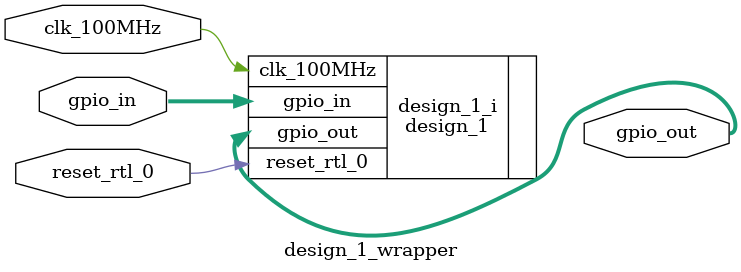
<source format=v>
`timescale 1 ps / 1 ps

module design_1_wrapper
   (clk_100MHz,
    gpio_in,
    gpio_out,
    reset_rtl_0);
  input clk_100MHz;
  input [31:0]gpio_in;
  output [31:0]gpio_out;
  input reset_rtl_0;

  wire clk_100MHz;
  wire [31:0]gpio_in;
  wire [31:0]gpio_out;
  wire reset_rtl_0;

  design_1 design_1_i
       (.clk_100MHz(clk_100MHz),
        .gpio_in(gpio_in),
        .gpio_out(gpio_out),
        .reset_rtl_0(reset_rtl_0));
endmodule

</source>
